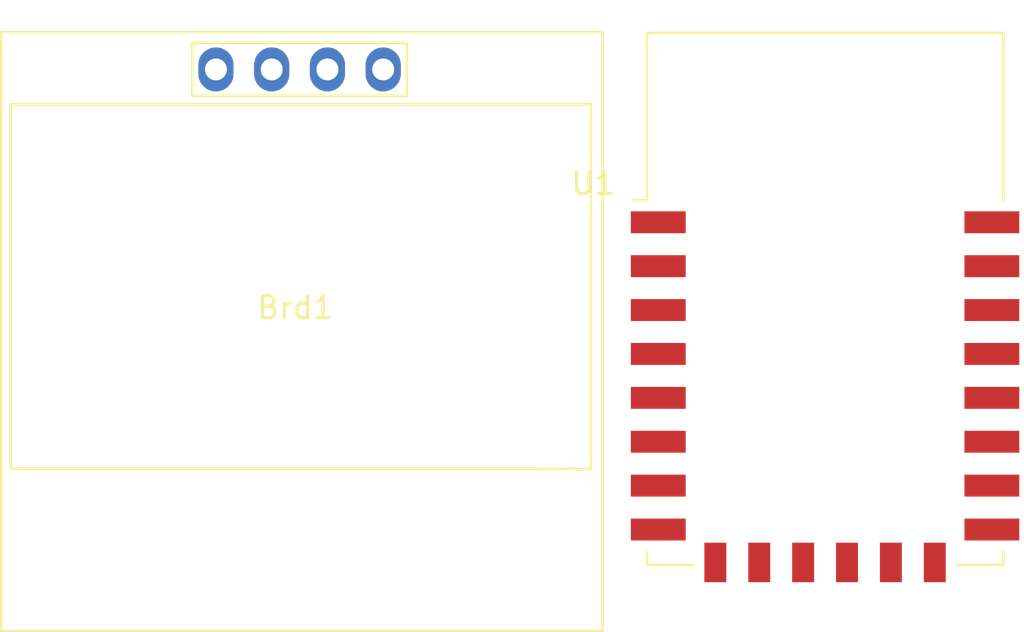
<source format=kicad_pcb>
(kicad_pcb (version 20171130) (host pcbnew 5.1.10)

  (general
    (thickness 1.6)
    (drawings 0)
    (tracks 0)
    (zones 0)
    (modules 2)
    (nets 23)
  )

  (page A4)
  (layers
    (0 F.Cu signal)
    (31 B.Cu signal)
    (32 B.Adhes user)
    (33 F.Adhes user)
    (34 B.Paste user)
    (35 F.Paste user)
    (36 B.SilkS user)
    (37 F.SilkS user)
    (38 B.Mask user)
    (39 F.Mask user)
    (40 Dwgs.User user)
    (41 Cmts.User user)
    (42 Eco1.User user)
    (43 Eco2.User user)
    (44 Edge.Cuts user)
    (45 Margin user)
    (46 B.CrtYd user)
    (47 F.CrtYd user)
    (48 B.Fab user)
    (49 F.Fab user)
  )

  (setup
    (last_trace_width 0.25)
    (trace_clearance 0.2)
    (zone_clearance 0.508)
    (zone_45_only no)
    (trace_min 0.2)
    (via_size 0.8)
    (via_drill 0.4)
    (via_min_size 0.4)
    (via_min_drill 0.3)
    (uvia_size 0.3)
    (uvia_drill 0.1)
    (uvias_allowed no)
    (uvia_min_size 0.2)
    (uvia_min_drill 0.1)
    (edge_width 0.05)
    (segment_width 0.2)
    (pcb_text_width 0.3)
    (pcb_text_size 1.5 1.5)
    (mod_edge_width 0.12)
    (mod_text_size 1 1)
    (mod_text_width 0.15)
    (pad_size 1.524 1.524)
    (pad_drill 0.762)
    (pad_to_mask_clearance 0)
    (aux_axis_origin 0 0)
    (visible_elements FFFFFF7F)
    (pcbplotparams
      (layerselection 0x010fc_ffffffff)
      (usegerberextensions false)
      (usegerberattributes true)
      (usegerberadvancedattributes true)
      (creategerberjobfile true)
      (excludeedgelayer true)
      (linewidth 0.100000)
      (plotframeref false)
      (viasonmask false)
      (mode 1)
      (useauxorigin false)
      (hpglpennumber 1)
      (hpglpenspeed 20)
      (hpglpendiameter 15.000000)
      (psnegative false)
      (psa4output false)
      (plotreference true)
      (plotvalue true)
      (plotinvisibletext false)
      (padsonsilk false)
      (subtractmaskfromsilk false)
      (outputformat 1)
      (mirror false)
      (drillshape 1)
      (scaleselection 1)
      (outputdirectory ""))
  )

  (net 0 "")
  (net 1 /LCD_SDA)
  (net 2 /LCD_SCL)
  (net 3 GND)
  (net 4 VDD)
  (net 5 /RST)
  (net 6 "Net-(U1-Pad2)")
  (net 7 /EN)
  (net 8 "Net-(U1-Pad4)")
  (net 9 "Net-(U1-Pad5)")
  (net 10 "Net-(U1-Pad6)")
  (net 11 "Net-(U1-Pad7)")
  (net 12 "Net-(U1-Pad9)")
  (net 13 "Net-(U1-Pad10)")
  (net 14 "Net-(U1-Pad11)")
  (net 15 "Net-(U1-Pad12)")
  (net 16 "Net-(U1-Pad13)")
  (net 17 "Net-(U1-Pad14)")
  (net 18 /P15)
  (net 19 /P2)
  (net 20 /P0)
  (net 21 /RX)
  (net 22 /TX)

  (net_class Default "This is the default net class."
    (clearance 0.2)
    (trace_width 0.25)
    (via_dia 0.8)
    (via_drill 0.4)
    (uvia_dia 0.3)
    (uvia_drill 0.1)
    (add_net /EN)
    (add_net /LCD_SCL)
    (add_net /LCD_SDA)
    (add_net /P0)
    (add_net /P15)
    (add_net /P2)
    (add_net /RST)
    (add_net /RX)
    (add_net /TX)
    (add_net GND)
    (add_net "Net-(U1-Pad10)")
    (add_net "Net-(U1-Pad11)")
    (add_net "Net-(U1-Pad12)")
    (add_net "Net-(U1-Pad13)")
    (add_net "Net-(U1-Pad14)")
    (add_net "Net-(U1-Pad2)")
    (add_net "Net-(U1-Pad4)")
    (add_net "Net-(U1-Pad5)")
    (add_net "Net-(U1-Pad6)")
    (add_net "Net-(U1-Pad7)")
    (add_net "Net-(U1-Pad9)")
    (add_net VDD)
  )

  (module SSD1306:128x64OLED (layer F.Cu) (tedit 5CF23EAC) (tstamp 61EABDFE)
    (at 217.930001 35.220001)
    (path /61EA6811)
    (fp_text reference Brd1 (at 0 0.254) (layer F.SilkS)
      (effects (font (size 1 1) (thickness 0.15)))
    )
    (fp_text value SSD1306 (at -7.747 -7.62) (layer F.Fab)
      (effects (font (size 1 1) (thickness 0.15)))
    )
    (fp_line (start -13.4 -12.3) (end 14 -12.3) (layer F.SilkS) (width 0.12))
    (fp_line (start 14 -12.3) (end 14 15) (layer F.SilkS) (width 0.12))
    (fp_line (start 14 15) (end -13.4 15) (layer F.SilkS) (width 0.12))
    (fp_line (start -13.4 15) (end -13.4 -12.3) (layer F.SilkS) (width 0.12))
    (fp_line (start 10.122 7.595) (end -12.978 7.595) (layer F.SilkS) (width 0.12))
    (fp_line (start -12.978 7.595) (end -12.978 -9.005) (layer F.SilkS) (width 0.12))
    (fp_line (start -12.978 -9.005) (end 10.122 -9.005) (layer F.SilkS) (width 0.12))
    (fp_line (start -4.699 -11.811) (end 5.08 -11.811) (layer F.SilkS) (width 0.12))
    (fp_line (start 5.08 -11.811) (end 5.08 -9.398) (layer F.SilkS) (width 0.12))
    (fp_line (start 5.08 -9.398) (end -4.699 -9.398) (layer F.SilkS) (width 0.12))
    (fp_line (start -4.699 -11.811) (end -4.699 -9.398) (layer F.SilkS) (width 0.12))
    (fp_line (start 10.122 -9.005) (end 13.208 -9.005) (layer F.SilkS) (width 0.12))
    (fp_line (start 10.122 7.595) (end 13.462 7.62) (layer F.SilkS) (width 0.12))
    (fp_line (start 13.462 7.62) (end 13.462 -9.017) (layer F.SilkS) (width 0.12))
    (fp_line (start 13.462 -9.017) (end 13.208 -9.005) (layer F.SilkS) (width 0.12))
    (pad 4 thru_hole oval (at 4 -10.6 90) (size 2 1.6) (drill 1) (layers *.Cu *.Mask)
      (net 1 /LCD_SDA))
    (pad 3 thru_hole oval (at 1.46 -10.6 90) (size 2 1.6) (drill 1) (layers *.Cu *.Mask)
      (net 2 /LCD_SCL))
    (pad 1 thru_hole oval (at -3.62 -10.6 90) (size 2 1.6) (drill 1) (layers *.Cu *.Mask)
      (net 3 GND))
    (pad 2 thru_hole oval (at -1.08 -10.6 90) (size 2 1.6) (drill 1) (layers *.Cu *.Mask)
      (net 4 VDD))
    (model ${KIPRJMOD}/libraries/ssd1306/OLED_128x64.stp
      (offset (xyz 34.5 3.5 1.5))
      (scale (xyz 1 1 1))
      (rotate (xyz 0 0 0))
    )
  )

  (module RF_Module:ESP-12E (layer F.Cu) (tedit 5A030172) (tstamp 61EABE39)
    (at 242.065001 35.085001)
    (descr "Wi-Fi Module, http://wiki.ai-thinker.com/_media/esp8266/docs/aithinker_esp_12f_datasheet_en.pdf")
    (tags "Wi-Fi Module")
    (path /61EA2764)
    (attr smd)
    (fp_text reference U1 (at -10.56 -5.26) (layer F.SilkS)
      (effects (font (size 1 1) (thickness 0.15)))
    )
    (fp_text value ESP-12E (at -0.06 -12.78) (layer F.Fab)
      (effects (font (size 1 1) (thickness 0.15)))
    )
    (fp_line (start 5.56 -4.8) (end 8.12 -7.36) (layer Dwgs.User) (width 0.12))
    (fp_line (start 2.56 -4.8) (end 8.12 -10.36) (layer Dwgs.User) (width 0.12))
    (fp_line (start -0.44 -4.8) (end 6.88 -12.12) (layer Dwgs.User) (width 0.12))
    (fp_line (start -3.44 -4.8) (end 3.88 -12.12) (layer Dwgs.User) (width 0.12))
    (fp_line (start -6.44 -4.8) (end 0.88 -12.12) (layer Dwgs.User) (width 0.12))
    (fp_line (start -8.12 -6.12) (end -2.12 -12.12) (layer Dwgs.User) (width 0.12))
    (fp_line (start -8.12 -9.12) (end -5.12 -12.12) (layer Dwgs.User) (width 0.12))
    (fp_line (start -8.12 -4.8) (end -8.12 -12.12) (layer Dwgs.User) (width 0.12))
    (fp_line (start 8.12 -4.8) (end -8.12 -4.8) (layer Dwgs.User) (width 0.12))
    (fp_line (start 8.12 -12.12) (end 8.12 -4.8) (layer Dwgs.User) (width 0.12))
    (fp_line (start -8.12 -12.12) (end 8.12 -12.12) (layer Dwgs.User) (width 0.12))
    (fp_line (start -8.12 -4.5) (end -8.73 -4.5) (layer F.SilkS) (width 0.12))
    (fp_line (start -8.12 -4.5) (end -8.12 -12.12) (layer F.SilkS) (width 0.12))
    (fp_line (start -8.12 12.12) (end -8.12 11.5) (layer F.SilkS) (width 0.12))
    (fp_line (start -6 12.12) (end -8.12 12.12) (layer F.SilkS) (width 0.12))
    (fp_line (start 8.12 12.12) (end 6 12.12) (layer F.SilkS) (width 0.12))
    (fp_line (start 8.12 11.5) (end 8.12 12.12) (layer F.SilkS) (width 0.12))
    (fp_line (start 8.12 -12.12) (end 8.12 -4.5) (layer F.SilkS) (width 0.12))
    (fp_line (start -8.12 -12.12) (end 8.12 -12.12) (layer F.SilkS) (width 0.12))
    (fp_line (start -9.05 13.1) (end -9.05 -12.2) (layer F.CrtYd) (width 0.05))
    (fp_line (start 9.05 13.1) (end -9.05 13.1) (layer F.CrtYd) (width 0.05))
    (fp_line (start 9.05 -12.2) (end 9.05 13.1) (layer F.CrtYd) (width 0.05))
    (fp_line (start -9.05 -12.2) (end 9.05 -12.2) (layer F.CrtYd) (width 0.05))
    (fp_line (start -8 -4) (end -8 -12) (layer F.Fab) (width 0.12))
    (fp_line (start -7.5 -3.5) (end -8 -4) (layer F.Fab) (width 0.12))
    (fp_line (start -8 -3) (end -7.5 -3.5) (layer F.Fab) (width 0.12))
    (fp_line (start -8 12) (end -8 -3) (layer F.Fab) (width 0.12))
    (fp_line (start 8 12) (end -8 12) (layer F.Fab) (width 0.12))
    (fp_line (start 8 -12) (end 8 12) (layer F.Fab) (width 0.12))
    (fp_line (start -8 -12) (end 8 -12) (layer F.Fab) (width 0.12))
    (fp_text user Antenna (at -0.06 -7 180) (layer Cmts.User)
      (effects (font (size 1 1) (thickness 0.15)))
    )
    (fp_text user "KEEP-OUT ZONE" (at 0.03 -9.55 180) (layer Cmts.User)
      (effects (font (size 1 1) (thickness 0.15)))
    )
    (fp_text user %R (at 0.49 -0.8) (layer F.Fab)
      (effects (font (size 1 1) (thickness 0.15)))
    )
    (pad 1 smd rect (at -7.6 -3.5) (size 2.5 1) (layers F.Cu F.Paste F.Mask)
      (net 5 /RST))
    (pad 2 smd rect (at -7.6 -1.5) (size 2.5 1) (layers F.Cu F.Paste F.Mask)
      (net 6 "Net-(U1-Pad2)"))
    (pad 3 smd rect (at -7.6 0.5) (size 2.5 1) (layers F.Cu F.Paste F.Mask)
      (net 7 /EN))
    (pad 4 smd rect (at -7.6 2.5) (size 2.5 1) (layers F.Cu F.Paste F.Mask)
      (net 8 "Net-(U1-Pad4)"))
    (pad 5 smd rect (at -7.6 4.5) (size 2.5 1) (layers F.Cu F.Paste F.Mask)
      (net 9 "Net-(U1-Pad5)"))
    (pad 6 smd rect (at -7.6 6.5) (size 2.5 1) (layers F.Cu F.Paste F.Mask)
      (net 10 "Net-(U1-Pad6)"))
    (pad 7 smd rect (at -7.6 8.5) (size 2.5 1) (layers F.Cu F.Paste F.Mask)
      (net 11 "Net-(U1-Pad7)"))
    (pad 8 smd rect (at -7.6 10.5) (size 2.5 1) (layers F.Cu F.Paste F.Mask)
      (net 4 VDD))
    (pad 9 smd rect (at -5 12) (size 1 1.8) (layers F.Cu F.Paste F.Mask)
      (net 12 "Net-(U1-Pad9)"))
    (pad 10 smd rect (at -3 12) (size 1 1.8) (layers F.Cu F.Paste F.Mask)
      (net 13 "Net-(U1-Pad10)"))
    (pad 11 smd rect (at -1 12) (size 1 1.8) (layers F.Cu F.Paste F.Mask)
      (net 14 "Net-(U1-Pad11)"))
    (pad 12 smd rect (at 1 12) (size 1 1.8) (layers F.Cu F.Paste F.Mask)
      (net 15 "Net-(U1-Pad12)"))
    (pad 13 smd rect (at 3 12) (size 1 1.8) (layers F.Cu F.Paste F.Mask)
      (net 16 "Net-(U1-Pad13)"))
    (pad 14 smd rect (at 5 12) (size 1 1.8) (layers F.Cu F.Paste F.Mask)
      (net 17 "Net-(U1-Pad14)"))
    (pad 15 smd rect (at 7.6 10.5) (size 2.5 1) (layers F.Cu F.Paste F.Mask)
      (net 3 GND))
    (pad 16 smd rect (at 7.6 8.5) (size 2.5 1) (layers F.Cu F.Paste F.Mask)
      (net 18 /P15))
    (pad 17 smd rect (at 7.6 6.5) (size 2.5 1) (layers F.Cu F.Paste F.Mask)
      (net 19 /P2))
    (pad 18 smd rect (at 7.6 4.5) (size 2.5 1) (layers F.Cu F.Paste F.Mask)
      (net 20 /P0))
    (pad 19 smd rect (at 7.6 2.5) (size 2.5 1) (layers F.Cu F.Paste F.Mask)
      (net 1 /LCD_SDA))
    (pad 20 smd rect (at 7.6 0.5) (size 2.5 1) (layers F.Cu F.Paste F.Mask)
      (net 2 /LCD_SCL))
    (pad 21 smd rect (at 7.6 -1.5) (size 2.5 1) (layers F.Cu F.Paste F.Mask)
      (net 21 /RX))
    (pad 22 smd rect (at 7.6 -3.5) (size 2.5 1) (layers F.Cu F.Paste F.Mask)
      (net 22 /TX))
    (model ${KISYS3DMOD}/RF_Module.3dshapes/ESP-12E.wrl
      (at (xyz 0 0 0))
      (scale (xyz 1 1 1))
      (rotate (xyz 0 0 0))
    )
  )

)

</source>
